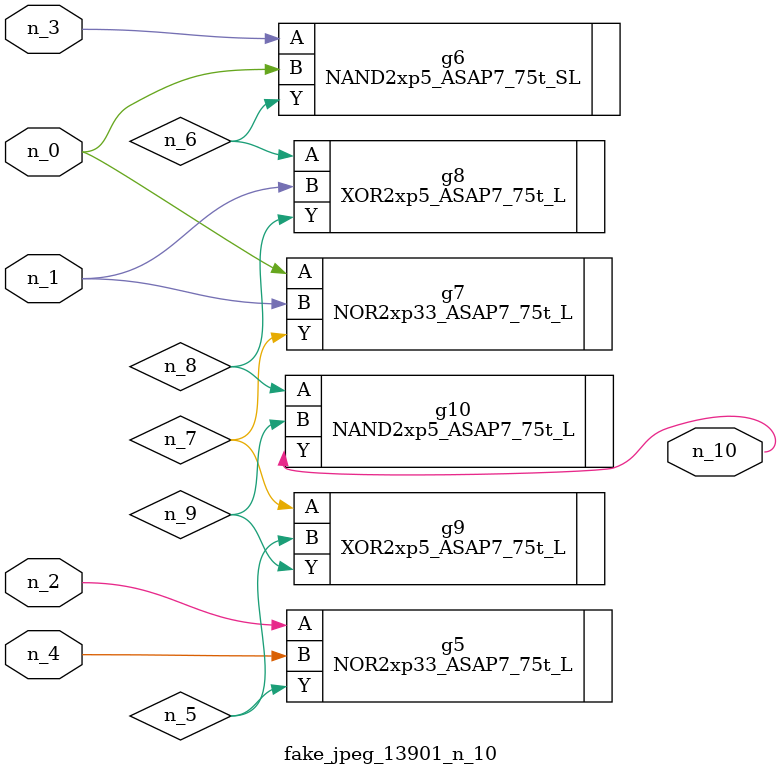
<source format=v>
module fake_jpeg_13901_n_10 (n_3, n_2, n_1, n_0, n_4, n_10);

input n_3;
input n_2;
input n_1;
input n_0;
input n_4;

output n_10;

wire n_8;
wire n_9;
wire n_6;
wire n_5;
wire n_7;

NOR2xp33_ASAP7_75t_L g5 ( 
.A(n_2),
.B(n_4),
.Y(n_5)
);

NAND2xp5_ASAP7_75t_SL g6 ( 
.A(n_3),
.B(n_0),
.Y(n_6)
);

NOR2xp33_ASAP7_75t_L g7 ( 
.A(n_0),
.B(n_1),
.Y(n_7)
);

XOR2xp5_ASAP7_75t_L g8 ( 
.A(n_6),
.B(n_1),
.Y(n_8)
);

NAND2xp5_ASAP7_75t_L g10 ( 
.A(n_8),
.B(n_9),
.Y(n_10)
);

XOR2xp5_ASAP7_75t_L g9 ( 
.A(n_7),
.B(n_5),
.Y(n_9)
);


endmodule
</source>
